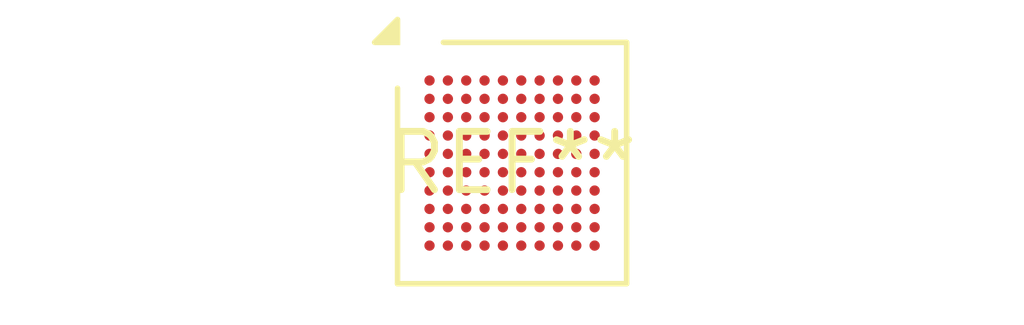
<source format=kicad_pcb>
(kicad_pcb (version 20240108) (generator pcbnew)
  (layers (0 "F.Cu" signal) (31 "B.Cu" signal) (34 "B.Paste" user) (35 "F.Paste" user) (36 "B.SilkS" user "B.Silkscreen") (37 "F.SilkS" user "F.Silkscreen") (38 "B.Mask" user) (39 "F.Mask" user) (44 "Edge.Cuts" user))
  (net 0 "")
  (footprint "ST_WLCSP-100_Die446" (layer "F.Cu") (at 0 0)
    (property "Reference" "REF**")
    (property "Value" "ST_WLCSP-100_Die446")
    (fp_line (start -2.4975 2.6305) (end -2.4975 -1.6305) (layer "F.SilkS") (stroke (width 0.12)))
    (fp_line (start -1.4975 -2.6305) (end 2.4975 -2.6305) (layer "F.SilkS") (stroke (width 0.12)))
    (fp_line (start 2.4975 -2.6305) (end 2.4975 2.6305) (layer "F.SilkS") (stroke (width 0.12)))
    (fp_line (start 2.4975 2.6305) (end -2.4975 2.6305) (layer "F.SilkS") (stroke (width 0.12)))
    (fp_poly (pts (xy -2.4975 -2.6305) (xy -2.9975 -2.6305) (xy -2.4975 -3.1305) (xy -2.4975 -2.6305)) (layer "F.SilkS") (stroke (width 0.12)) (fill solid))
    (pad "A1" smd circle (at -1.8 -1.8) (size 0.225 0.225) (property pad_prop_bga) (layers "F.Cu" "F.Paste" "F.Mask"))
    (pad "A2" smd circle (at -1.4 -1.8) (size 0.225 0.225) (property pad_prop_bga) (layers "F.Cu" "F.Paste" "F.Mask"))
    (pad "A3" smd circle (at -1 -1.8) (size 0.225 0.225) (property pad_prop_bga) (layers "F.Cu" "F.Paste" "F.Mask"))
    (pad "A4" smd circle (at -0.6 -1.8) (size 0.225 0.225) (property pad_prop_bga) (layers "F.Cu" "F.Paste" "F.Mask"))
    (pad "A5" smd circle (at -0.2 -1.8) (size 0.225 0.225) (property pad_prop_bga) (layers "F.Cu" "F.Paste" "F.Mask"))
    (pad "A6" smd circle (at 0.2 -1.8) (size 0.225 0.225) (property pad_prop_bga) (layers "F.Cu" "F.Paste" "F.Mask"))
    (pad "A7" smd circle (at 0.6 -1.8) (size 0.225 0.225) (property pad_prop_bga) (layers "F.Cu" "F.Paste" "F.Mask"))
    (pad "A8" smd circle (at 1 -1.8) (size 0.225 0.225) (property pad_prop_bga) (layers "F.Cu" "F.Paste" "F.Mask"))
    (pad "A9" smd circle (at 1.4 -1.8) (size 0.225 0.225) (property pad_prop_bga) (layers "F.Cu" "F.Paste" "F.Mask"))
    (pad "A10" smd circle (at 1.8 -1.8) (size 0.225 0.225) (property pad_prop_bga) (layers "F.Cu" "F.Paste" "F.Mask"))
    (pad "B1" smd circle (at -1.8 -1.4) (size 0.225 0.225) (property pad_prop_bga) (layers "F.Cu" "F.Paste" "F.Mask"))
    (pad "B2" smd circle (at -1.4 -1.4) (size 0.225 0.225) (property pad_prop_bga) (layers "F.Cu" "F.Paste" "F.Mask"))
    (pad "B3" smd circle (at -1 -1.4) (size 0.225 0.225) (property pad_prop_bga) (layers "F.Cu" "F.Paste" "F.Mask"))
    (pad "B4" smd circle (at -0.6 -1.4) (size 0.225 0.225) (property pad_prop_bga) (layers "F.Cu" "F.Paste" "F.Mask"))
    (pad "B5" smd circle (at -0.2 -1.4) (size 0.225 0.225) (property pad_prop_bga) (layers "F.Cu" "F.Paste" "F.Mask"))
    (pad "B6" smd circle (at 0.2 -1.4) (size 0.225 0.225) (property pad_prop_bga) (layers "F.Cu" "F.Paste" "F.Mask"))
    (pad "B7" smd circle (at 0.6 -1.4) (size 0.225 0.225) (property pad_prop_bga) (layers "F.Cu" "F.Paste" "F.Mask"))
    (pad "B8" smd circle (at 1 -1.4) (size 0.225 0.225) (property pad_prop_bga) (layers "F.Cu" "F.Paste" "F.Mask"))
    (pad "B9" smd circle (at 1.4 -1.4) (size 0.225 0.225) (property pad_prop_bga) (layers "F.Cu" "F.Paste" "F.Mask"))
    (pad "B10" smd circle (at 1.8 -1.4) (size 0.225 0.225) (property pad_prop_bga) (layers "F.Cu" "F.Paste" "F.Mask"))
    (pad "C1" smd circle (at -1.8 -1) (size 0.225 0.225) (property pad_prop_bga) (layers "F.Cu" "F.Paste" "F.Mask"))
    (pad "C2" smd circle (at -1.4 -1) (size 0.225 0.225) (property pad_prop_bga) (layers "F.Cu" "F.Paste" "F.Mask"))
    (pad "C3" smd circle (at -1 -1) (size 0.225 0.225) (property pad_prop_bga) (layers "F.Cu" "F.Paste" "F.Mask"))
    (pad "C4" smd circle (at -0.6 -1) (size 0.225 0.225) (property pad_prop_bga) (layers "F.Cu" "F.Paste" "F.Mask"))
    (pad "C5" smd circle (at -0.2 -1) (size 0.225 0.225) (property pad_prop_bga) (layers "F.Cu" "F.Paste" "F.Mask"))
    (pad "C6" smd circle (at 0.2 -1) (size 0.225 0.225) (property pad_prop_bga) (layers "F.Cu" "F.Paste" "F.Mask"))
    (pad "C7" smd circle (at 0.6 -1) (size 0.225 0.225) (property pad_prop_bga) (layers "F.Cu" "F.Paste" "F.Mask"))
    (pad "C8" smd circle (at 1 -1) (size 0.225 0.225) (property pad_prop_bga) (layers "F.Cu" "F.Paste" "F.Mask"))
    (pad "C9" smd circle (at 1.4 -1) (size 0.225 0.225) (property pad_prop_bga) (layers "F.Cu" "F.Paste" "F.Mask"))
    (pad "C10" smd circle (at 1.8 -1) (size 0.225 0.225) (property pad_prop_bga) (layers "F.Cu" "F.Paste" "F.Mask"))
    (pad "D1" smd circle (at -1.8 -0.6) (size 0.225 0.225) (property pad_prop_bga) (layers "F.Cu" "F.Paste" "F.Mask"))
    (pad "D2" smd circle (at -1.4 -0.6) (size 0.225 0.225) (property pad_prop_bga) (layers "F.Cu" "F.Paste" "F.Mask"))
    (pad "D3" smd circle (at -1 -0.6) (size 0.225 0.225) (property pad_prop_bga) (layers "F.Cu" "F.Paste" "F.Mask"))
    (pad "D4" smd circle (at -0.6 -0.6) (size 0.225 0.225) (property pad_prop_bga) (layers "F.Cu" "F.Paste" "F.Mask"))
    (pad "D5" smd circle (at -0.2 -0.6) (size 0.225 0.225) (property pad_prop_bga) (layers "F.Cu" "F.Paste" "F.Mask"))
    (pad "D6" smd circle (at 0.2 -0.6) (size 0.225 0.225) (property pad_prop_bga) (layers "F.Cu" "F.Paste" "F.Mask"))
    (pad "D7" smd circle (at 0.6 -0.6) (size 0.225 0.225) (property pad_prop_bga) (layers "F.Cu" "F.Paste" "F.Mask"))
    (pad "D8" smd circle (at 1 -0.6) (size 0.225 0.225) (property pad_prop_bga) (layers "F.Cu" "F.Paste" "F.Mask"))
    (pad "D9" smd circle (at 1.4 -0.6) (size 0.225 0.225) (property pad_prop_bga) (layers "F.Cu" "F.Paste" "F.Mask"))
    (pad "D10" smd circle (at 1.8 -0.6) (size 0.225 0.225) (property pad_prop_bga) (layers "F.Cu" "F.Paste" "F.Mask"))
    (pad "E1" smd circle (at -1.8 -0.2) (size 0.225 0.225) (property pad_prop_bga) (layers "F.Cu" "F.Paste" "F.Mask"))
    (pad "E2" smd circle (at -1.4 -0.2) (size 0.225 0.225) (property pad_prop_bga) (layers "F.Cu" "F.Paste" "F.Mask"))
    (pad "E3" smd circle (at -1 -0.2) (size 0.225 0.225) (property pad_prop_bga) (layers "F.Cu" "F.Paste" "F.Mask"))
    (pad "E4" smd circle (at -0.6 -0.2) (size 0.225 0.225) (property pad_prop_bga) (layers "F.Cu" "F.Paste" "F.Mask"))
    (pad "E5" smd circle (at -0.2 -0.2) (size 0.225 0.225) (property pad_prop_bga) (layers "F.Cu" "F.Paste" "F.Mask"))
    (pad "E6" smd circle (at 0.2 -0.2) (size 0.225 0.225) (property pad_prop_bga) (layers "F.Cu" "F.Paste" "F.Mask"))
    (pad "E7" smd circle (at 0.6 -0.2) (size 0.225 0.225) (property pad_prop_bga) (layers "F.Cu" "F.Paste" "F.Mask"))
    (pad "E8" smd circle (at 1 -0.2) (size 0.225 0.225) (property pad_prop_bga) (layers "F.Cu" "F.Paste" "F.Mask"))
    (pad "E9" smd circle (at 1.4 -0.2) (size 0.225 0.225) (property pad_prop_bga) (layers "F.Cu" "F.Paste" "F.Mask"))
    (pad "E10" smd circle (at 1.8 -0.2) (size 0.225 0.225) (property pad_prop_bga) (layers "F.Cu" "F.Paste" "F.Mask"))
    (pad "F1" smd circle (at -1.8 0.2) (size 0.225 0.225) (property pad_prop_bga) (layers "F.Cu" "F.Paste" "F.Mask"))
    (pad "F2" smd circle (at -1.4 0.2) (size 0.225 0.225) (property pad_prop_bga) (layers "F.Cu" "F.Paste" "F.Mask"))
    (pad "F3" smd circle (at -1 0.2) (size 0.225 0.225) (property pad_prop_bga) (layers "F.Cu" "F.Paste" "F.Mask"))
    (pad "F4" smd circle (at -0.6 0.2) (size 0.225 0.225) (property pad_prop_bga) (layers "F.Cu" "F.Paste" "F.Mask"))
    (pad "F5" smd circle (at -0.2 0.2) (size 0.225 0.225) (property pad_prop_bga) (layers "F.Cu" "F.Paste" "F.Mask"))
    (pad "F6" smd circle (at 0.2 0.2) (size 0.225 0.225) (property pad_prop_bga) (layers "F.Cu" "F.Paste" "F.Mask"))
    (pad "F7" smd circle (at 0.6 0.2) (size 0.225 0.225) (property pad_prop_bga) (layers "F.Cu" "F.Paste" "F.Mask"))
    (pad "F8" smd circle (at 1 0.2) (size 0.225 0.225) (property pad_prop_bga) (layers "F.Cu" "F.Paste" "F.Mask"))
    (pad "F9" smd circle (at 1.4 0.2) (size 0.225 0.225) (property pad_prop_bga) (layers "F.Cu" "F.Paste" "F.Mask"))
    (pad "F10" smd circle (at 1.8 0.2) (size 0.225 0.225) (property pad_prop_bga) (layers "F.Cu" "F.Paste" "F.Mask"))
    (pad "G1" smd circle (at -1.8 0.6) (size 0.225 0.225) (property pad_prop_bga) (layers "F.Cu" "F.Paste" "F.Mask"))
    (pad "G2" smd circle (at -1.4 0.6) (size 0.225 0.225) (property pad_prop_bga) (layers "F.Cu" "F.Paste" "F.Mask"))
    (pad "G3" smd circle (at -1 0.6) (size 0.225 0.225) (property pad_prop_bga) (layers "F.Cu" "F.Paste" "F.Mask"))
    (pad "G4" smd circle (at -0.6 0.6) (size 0.225 0.225) (property pad_prop_bga) (layers "F.Cu" "F.Paste" "F.Mask"))
    (pad "G5" smd circle (at -0.2 0.6) (size 0.225 0.225) (property pad_prop_bga) (layers "F.Cu" "F.Paste" "F.Mask"))
    (pad "G6" smd circle (at 0.2 0.6) (size 0.225 0.225) (property pad_prop_bga) (layers "F.Cu" "F.Paste" "F.Mask"))
    (pad "G7" smd circle (at 0.6 0.6) (size 0.225 0.225) (property pad_prop_bga) (layers "F.Cu" "F.Paste" "F.Mask"))
    (pad "G8" smd circle (at 1 0.6) (size 0.225 0.225) (property pad_prop_bga) (layers "F.Cu" "F.Paste" "F.Mask"))
    (pad "G9" smd circle (at 1.4 0.6) (size 0.225 0.225) (property pad_prop_bga) (layers "F.Cu" "F.Paste" "F.Mask"))
    (pad "G10" smd circle (at 1.8 0.6) (size 0.225 0.225) (property pad_prop_bga) (layers "F.Cu" "F.Paste" "F.Mask"))
    (pad "H1" smd circle (at -1.8 1) (size 0.225 0.225) (property pad_prop_bga) (layers "F.Cu" "F.Paste" "F.Mask"))
    (pad "H2" smd circle (at -1.4 1) (size 0.225 0.225) (property pad_prop_bga) (layers "F.Cu" "F.Paste" "F.Mask"))
    (pad "H3" smd circle (at -1 1) (size 0.225 0.225) (property pad_prop_bga) (layers "F.Cu" "F.Paste" "F.Mask"))
    (pad "H4" smd circle (at -0.6 1) (size 0.225 0.225) (property pad_prop_bga) (layers "F.Cu" "F.Paste" "F.Mask"))
    (pad "H5" smd circle (at -0.2 1) (size 0.225 0.225) (property pad_prop_bga) (layers "F.Cu" "F.Paste" "F.Mask"))
    (pad "H6" smd circle (at 0.2 1) (size 0.225 0.225) (property pad_prop_bga) (layers "F.Cu" "F.Paste" "F.Mask"))
    (pad "H7" smd circle (at 0.6 1) (size 0.225 0.225) (property pad_prop_bga) (layers "F.Cu" "F.Paste" "F.Mask"))
    (pad "H8" smd circle (at 1 1) (size 0.225 0.225) (property pad_prop_bga) (layers "F.Cu" "F.Paste" "F.Mask"))
    (pad "H9" smd circle (at 1.4 1) (size 0.225 0.225) (property pad_prop_bga) (layers "F.Cu" "F.Paste" "F.Mask"))
    (pad "H10" smd circle (at 1.8 1) (size 0.225 0.225) (property pad_prop_bga) (layers "F.Cu" "F.Paste" "F.Mask"))
    (pad "J1" smd circle (at -1.8 1.4) (size 0.225 0.225) (property pad_prop_bga) (layers "F.Cu" "F.Paste" "F.Mask"))
    (pad "J2" smd circle (at -1.4 1.4) (size 0.225 0.225) (property pad_prop_bga) (layers "F.Cu" "F.Paste" "F.Mask"))
    (pad "J3" smd circle (at -1 1.4) (size 0.225 0.225) (property pad_prop_bga) (layers "F.Cu" "F.Paste" "F.Mask"))
    (pad "J4" smd circle (at -0.6 1.4) (size 0.225 0.225) (property pad_prop_bga) (layers "F.Cu" "F.Paste" "F.Mask"))
    (pad "J5" smd circle (at -0.2 1.4) (size 0.225 0.225) (property pad_prop_bga) (layers "F.Cu" "F.Paste" "F.Mask"))
    (pad "J6" smd circle (at 0.2 1.4) (size 0.225 0.225) (property pad_prop_bga) (layers "F.Cu" "F.Paste" "F.Mask"))
    (pad "J7" smd circle (at 0.6 1.4) (size 0.225 0.225) (property pad_prop_bga) (layers "F.Cu" "F.Paste" "F.Mask"))
    (pad "J8" smd circle (at 1 1.4) (size 0.225 0.225) (property pad_prop_bga) (layers "F.Cu" "F.Paste" "F.Mask"))
    (pad "J9" smd circle (at 1.4 1.4) (size 0.225 0.225) (property pad_prop_bga) (layers "F.Cu" "F.Paste" "F.Mask"))
    (pad "J10" smd circle (at 1.8 1.4) (size 0.225 0.225) (property pad_prop_bga) (layers "F.Cu" "F.Paste" "F.Mask"))
    (pad "K1" smd circle (at -1.8 1.8) (size 0.225 0.225) (property pad_prop_bga) (layers "F.Cu" "F.Paste" "F.Mask"))
    (pad "K2" smd circle (at -1.4 1.8) (size 0.225 0.225) (property pad_prop_bga) (layers "F.Cu" "F.Paste" "F.Mask"))
    (pad "K3" smd circle (at -1 1.8) (size 0.225 0.225) (property pad_prop_bga) (layers "F.Cu" "F.Paste" "F.Mask"))
    (pad "K4" smd circle (at -0.6 1.8) (size 0.225 0.225) (property pad_prop_bga) (layers "F.Cu" "F.Paste" "F.Mask"))
    (pad "K5" smd circle (at -0.2 1.8) (size 0.225 0.225) (property pad_prop_bga) (layers "F.Cu" "F.Paste" "F.Mask"))
    (pad "K6" smd circle (at 0.2 1.8) (size 0.225 0.225) (property pad_prop_bga) (layers "F.Cu" "F.Paste" "F.Mask"))
    (pad "K7" smd circle (at 0.6 1.8) (size 0.225 0.225) (property pad_prop_bga) (layers "F.Cu" "F.Paste" "F.Mask"))
    (pad "K8" smd circle (at 1 1.8) (size 0.225 0.225) (property pad_prop_bga) (layers "F.Cu" "F.Paste" "F.Mask"))
    (pad "K9" smd circle (at 1.4 1.8) (size 0.225 0.225) (property pad_prop_bga) (layers "F.Cu" "F.Paste" "F.Mask"))
    (pad "K10" smd circle (at 1.8 1.8) (size 0.225 0.225) (property pad_prop_bga) (layers "F.Cu" "F.Paste" "F.Mask"))
  )
)
</source>
